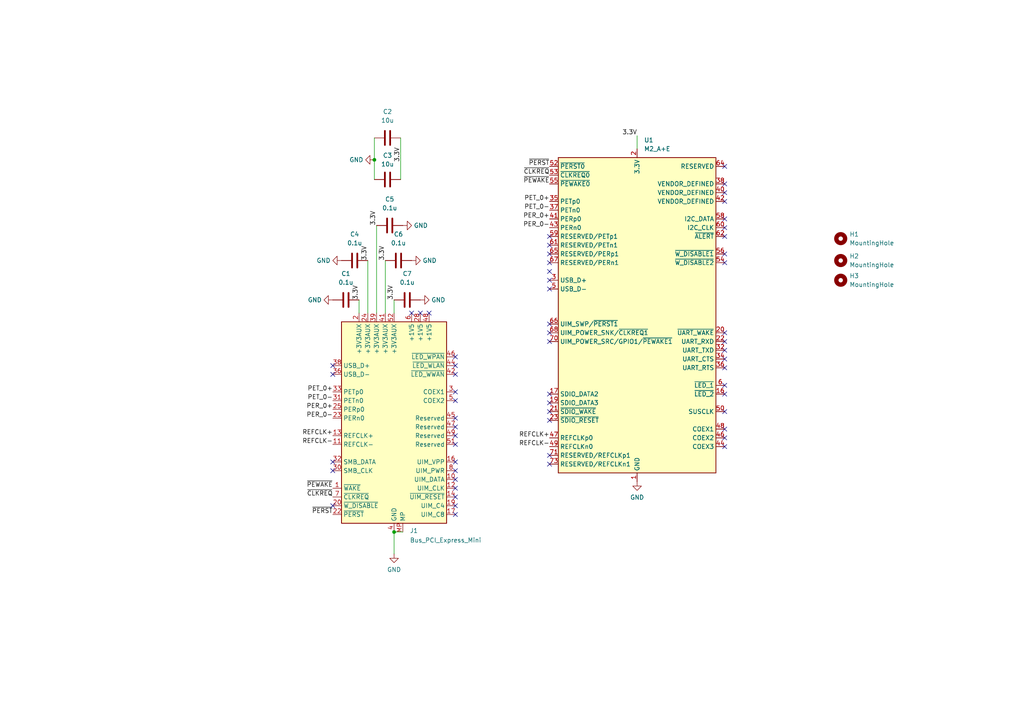
<source format=kicad_sch>
(kicad_sch (version 20211123) (generator eeschema)

  (uuid a9dcdf12-854a-4d75-b37d-826b37b721fb)

  (paper "A4")

  (lib_symbols
    (symbol "Connector:Bus_PCI_Express_Mini" (in_bom yes) (on_board yes)
      (property "Reference" "J" (id 0) (at -16.51 31.75 0)
        (effects (font (size 1.27 1.27)))
      )
      (property "Value" "Bus_PCI_Express_Mini" (id 1) (at 22.86 31.75 0)
        (effects (font (size 1.27 1.27)))
      )
      (property "Footprint" "" (id 2) (at 0 0 0)
        (effects (font (size 1.27 1.27)) hide)
      )
      (property "Datasheet" "~" (id 3) (at -3.81 -29.21 0)
        (effects (font (size 1.27 1.27)) hide)
      )
      (property "ki_keywords" "mini pcie" (id 4) (at 0 0 0)
        (effects (font (size 1.27 1.27)) hide)
      )
      (property "ki_description" "Mini-PCI Express bus connector" (id 5) (at 0 0 0)
        (effects (font (size 1.27 1.27)) hide)
      )
      (property "ki_fp_filters" "*PCI*Express*Mini*" (id 6) (at 0 0 0)
        (effects (font (size 1.27 1.27)) hide)
      )
      (symbol "Bus_PCI_Express_Mini_0_1"
        (rectangle (start -15.24 30.48) (end 15.24 -27.94)
          (stroke (width 0.254) (type default) (color 0 0 0 0))
          (fill (type background))
        )
      )
      (symbol "Bus_PCI_Express_Mini_1_1"
        (pin open_collector line (at -17.78 -17.78 0) (length 2.54)
          (name "~{WAKE}" (effects (font (size 1.27 1.27))))
          (number "1" (effects (font (size 1.27 1.27))))
        )
        (pin bidirectional line (at 17.78 -15.24 180) (length 2.54)
          (name "UIM_DATA" (effects (font (size 1.27 1.27))))
          (number "10" (effects (font (size 1.27 1.27))))
        )
        (pin input line (at -17.78 -5.08 0) (length 2.54)
          (name "REFCLK-" (effects (font (size 1.27 1.27))))
          (number "11" (effects (font (size 1.27 1.27))))
        )
        (pin output line (at 17.78 -17.78 180) (length 2.54)
          (name "UIM_CLK" (effects (font (size 1.27 1.27))))
          (number "12" (effects (font (size 1.27 1.27))))
        )
        (pin input line (at -17.78 -2.54 0) (length 2.54)
          (name "REFCLK+" (effects (font (size 1.27 1.27))))
          (number "13" (effects (font (size 1.27 1.27))))
        )
        (pin output line (at 17.78 -20.32 180) (length 2.54)
          (name "~{UIM_RESET}" (effects (font (size 1.27 1.27))))
          (number "14" (effects (font (size 1.27 1.27))))
        )
        (pin passive line (at 0 -30.48 90) (length 2.54) hide
          (name "GND" (effects (font (size 1.27 1.27))))
          (number "15" (effects (font (size 1.27 1.27))))
        )
        (pin power_out line (at 17.78 -10.16 180) (length 2.54)
          (name "UIM_VPP" (effects (font (size 1.27 1.27))))
          (number "16" (effects (font (size 1.27 1.27))))
        )
        (pin passive line (at 17.78 -25.4 180) (length 2.54)
          (name "UIM_C8" (effects (font (size 1.27 1.27))))
          (number "17" (effects (font (size 1.27 1.27))))
        )
        (pin passive line (at 0 -30.48 90) (length 2.54) hide
          (name "GND" (effects (font (size 1.27 1.27))))
          (number "18" (effects (font (size 1.27 1.27))))
        )
        (pin passive line (at 17.78 -22.86 180) (length 2.54)
          (name "UIM_C4" (effects (font (size 1.27 1.27))))
          (number "19" (effects (font (size 1.27 1.27))))
        )
        (pin power_in line (at -10.16 33.02 270) (length 2.54)
          (name "+3V3AUX" (effects (font (size 1.27 1.27))))
          (number "2" (effects (font (size 1.27 1.27))))
        )
        (pin input line (at -17.78 -22.86 0) (length 2.54)
          (name "~{W_DISABLE}" (effects (font (size 1.27 1.27))))
          (number "20" (effects (font (size 1.27 1.27))))
        )
        (pin passive line (at 0 -30.48 90) (length 2.54) hide
          (name "GND" (effects (font (size 1.27 1.27))))
          (number "21" (effects (font (size 1.27 1.27))))
        )
        (pin input line (at -17.78 -25.4 0) (length 2.54)
          (name "~{PERST}" (effects (font (size 1.27 1.27))))
          (number "22" (effects (font (size 1.27 1.27))))
        )
        (pin output line (at -17.78 2.54 0) (length 2.54)
          (name "PERn0" (effects (font (size 1.27 1.27))))
          (number "23" (effects (font (size 1.27 1.27))))
        )
        (pin power_in line (at -7.62 33.02 270) (length 2.54)
          (name "+3V3AUX" (effects (font (size 1.27 1.27))))
          (number "24" (effects (font (size 1.27 1.27))))
        )
        (pin output line (at -17.78 5.08 0) (length 2.54)
          (name "PERp0" (effects (font (size 1.27 1.27))))
          (number "25" (effects (font (size 1.27 1.27))))
        )
        (pin passive line (at 0 -30.48 90) (length 2.54) hide
          (name "GND" (effects (font (size 1.27 1.27))))
          (number "26" (effects (font (size 1.27 1.27))))
        )
        (pin passive line (at 0 -30.48 90) (length 2.54) hide
          (name "GND" (effects (font (size 1.27 1.27))))
          (number "27" (effects (font (size 1.27 1.27))))
        )
        (pin power_in line (at 7.62 33.02 270) (length 2.54)
          (name "+1V5" (effects (font (size 1.27 1.27))))
          (number "28" (effects (font (size 1.27 1.27))))
        )
        (pin passive line (at 0 -30.48 90) (length 2.54) hide
          (name "GND" (effects (font (size 1.27 1.27))))
          (number "29" (effects (font (size 1.27 1.27))))
        )
        (pin passive line (at 17.78 10.16 180) (length 2.54)
          (name "COEX1" (effects (font (size 1.27 1.27))))
          (number "3" (effects (font (size 1.27 1.27))))
        )
        (pin input line (at -17.78 -12.7 0) (length 2.54)
          (name "SMB_CLK" (effects (font (size 1.27 1.27))))
          (number "30" (effects (font (size 1.27 1.27))))
        )
        (pin input line (at -17.78 7.62 0) (length 2.54)
          (name "PETn0" (effects (font (size 1.27 1.27))))
          (number "31" (effects (font (size 1.27 1.27))))
        )
        (pin bidirectional line (at -17.78 -10.16 0) (length 2.54)
          (name "SMB_DATA" (effects (font (size 1.27 1.27))))
          (number "32" (effects (font (size 1.27 1.27))))
        )
        (pin input line (at -17.78 10.16 0) (length 2.54)
          (name "PETp0" (effects (font (size 1.27 1.27))))
          (number "33" (effects (font (size 1.27 1.27))))
        )
        (pin passive line (at 0 -30.48 90) (length 2.54) hide
          (name "GND" (effects (font (size 1.27 1.27))))
          (number "34" (effects (font (size 1.27 1.27))))
        )
        (pin passive line (at 0 -30.48 90) (length 2.54) hide
          (name "GND" (effects (font (size 1.27 1.27))))
          (number "35" (effects (font (size 1.27 1.27))))
        )
        (pin bidirectional line (at -17.78 15.24 0) (length 2.54)
          (name "USB_D-" (effects (font (size 1.27 1.27))))
          (number "36" (effects (font (size 1.27 1.27))))
        )
        (pin passive line (at 0 -30.48 90) (length 2.54) hide
          (name "GND" (effects (font (size 1.27 1.27))))
          (number "37" (effects (font (size 1.27 1.27))))
        )
        (pin bidirectional line (at -17.78 17.78 0) (length 2.54)
          (name "USB_D+" (effects (font (size 1.27 1.27))))
          (number "38" (effects (font (size 1.27 1.27))))
        )
        (pin power_in line (at -5.08 33.02 270) (length 2.54)
          (name "+3V3AUX" (effects (font (size 1.27 1.27))))
          (number "39" (effects (font (size 1.27 1.27))))
        )
        (pin power_in line (at 0 -30.48 90) (length 2.54)
          (name "GND" (effects (font (size 1.27 1.27))))
          (number "4" (effects (font (size 1.27 1.27))))
        )
        (pin passive line (at 0 -30.48 90) (length 2.54) hide
          (name "GND" (effects (font (size 1.27 1.27))))
          (number "40" (effects (font (size 1.27 1.27))))
        )
        (pin power_in line (at -2.54 33.02 270) (length 2.54)
          (name "+3V3AUX" (effects (font (size 1.27 1.27))))
          (number "41" (effects (font (size 1.27 1.27))))
        )
        (pin open_collector line (at 17.78 15.24 180) (length 2.54)
          (name "~{LED_WWAN}" (effects (font (size 1.27 1.27))))
          (number "42" (effects (font (size 1.27 1.27))))
        )
        (pin passive line (at 0 -30.48 90) (length 2.54) hide
          (name "GND" (effects (font (size 1.27 1.27))))
          (number "43" (effects (font (size 1.27 1.27))))
        )
        (pin open_collector line (at 17.78 17.78 180) (length 2.54)
          (name "~{LED_WLAN}" (effects (font (size 1.27 1.27))))
          (number "44" (effects (font (size 1.27 1.27))))
        )
        (pin passive line (at 17.78 2.54 180) (length 2.54)
          (name "Reserved" (effects (font (size 1.27 1.27))))
          (number "45" (effects (font (size 1.27 1.27))))
        )
        (pin open_collector line (at 17.78 20.32 180) (length 2.54)
          (name "~{LED_WPAN}" (effects (font (size 1.27 1.27))))
          (number "46" (effects (font (size 1.27 1.27))))
        )
        (pin passive line (at 17.78 0 180) (length 2.54)
          (name "Reserved" (effects (font (size 1.27 1.27))))
          (number "47" (effects (font (size 1.27 1.27))))
        )
        (pin power_in line (at 10.16 33.02 270) (length 2.54)
          (name "+1V5" (effects (font (size 1.27 1.27))))
          (number "48" (effects (font (size 1.27 1.27))))
        )
        (pin passive line (at 17.78 -2.54 180) (length 2.54)
          (name "Reserved" (effects (font (size 1.27 1.27))))
          (number "49" (effects (font (size 1.27 1.27))))
        )
        (pin passive line (at 17.78 7.62 180) (length 2.54)
          (name "COEX2" (effects (font (size 1.27 1.27))))
          (number "5" (effects (font (size 1.27 1.27))))
        )
        (pin passive line (at 0 -30.48 90) (length 2.54) hide
          (name "GND" (effects (font (size 1.27 1.27))))
          (number "50" (effects (font (size 1.27 1.27))))
        )
        (pin passive line (at 17.78 -5.08 180) (length 2.54)
          (name "Reserved" (effects (font (size 1.27 1.27))))
          (number "51" (effects (font (size 1.27 1.27))))
        )
        (pin power_in line (at 0 33.02 270) (length 2.54)
          (name "+3V3AUX" (effects (font (size 1.27 1.27))))
          (number "52" (effects (font (size 1.27 1.27))))
        )
        (pin power_in line (at 5.08 33.02 270) (length 2.54)
          (name "+1V5" (effects (font (size 1.27 1.27))))
          (number "6" (effects (font (size 1.27 1.27))))
        )
        (pin open_collector line (at -17.78 -20.32 0) (length 2.54)
          (name "~{CLKREQ}" (effects (font (size 1.27 1.27))))
          (number "7" (effects (font (size 1.27 1.27))))
        )
        (pin power_out line (at 17.78 -12.7 180) (length 2.54)
          (name "UIM_PWR" (effects (font (size 1.27 1.27))))
          (number "8" (effects (font (size 1.27 1.27))))
        )
        (pin passive line (at 0 -30.48 90) (length 2.54) hide
          (name "GND" (effects (font (size 1.27 1.27))))
          (number "9" (effects (font (size 1.27 1.27))))
        )
        (pin passive line (at 2.54 -30.48 90) (length 2.54)
          (name "MP" (effects (font (size 1.27 1.27))))
          (number "MP" (effects (font (size 1.27 1.27))))
        )
      )
    )
    (symbol "Device:C" (pin_numbers hide) (pin_names (offset 0.254)) (in_bom yes) (on_board yes)
      (property "Reference" "C" (id 0) (at 0.635 2.54 0)
        (effects (font (size 1.27 1.27)) (justify left))
      )
      (property "Value" "C" (id 1) (at 0.635 -2.54 0)
        (effects (font (size 1.27 1.27)) (justify left))
      )
      (property "Footprint" "" (id 2) (at 0.9652 -3.81 0)
        (effects (font (size 1.27 1.27)) hide)
      )
      (property "Datasheet" "~" (id 3) (at 0 0 0)
        (effects (font (size 1.27 1.27)) hide)
      )
      (property "ki_keywords" "cap capacitor" (id 4) (at 0 0 0)
        (effects (font (size 1.27 1.27)) hide)
      )
      (property "ki_description" "Unpolarized capacitor" (id 5) (at 0 0 0)
        (effects (font (size 1.27 1.27)) hide)
      )
      (property "ki_fp_filters" "C_*" (id 6) (at 0 0 0)
        (effects (font (size 1.27 1.27)) hide)
      )
      (symbol "C_0_1"
        (polyline
          (pts
            (xy -2.032 -0.762)
            (xy 2.032 -0.762)
          )
          (stroke (width 0.508) (type default) (color 0 0 0 0))
          (fill (type none))
        )
        (polyline
          (pts
            (xy -2.032 0.762)
            (xy 2.032 0.762)
          )
          (stroke (width 0.508) (type default) (color 0 0 0 0))
          (fill (type none))
        )
      )
      (symbol "C_1_1"
        (pin passive line (at 0 3.81 270) (length 2.794)
          (name "~" (effects (font (size 1.27 1.27))))
          (number "1" (effects (font (size 1.27 1.27))))
        )
        (pin passive line (at 0 -3.81 90) (length 2.794)
          (name "~" (effects (font (size 1.27 1.27))))
          (number "2" (effects (font (size 1.27 1.27))))
        )
      )
    )
    (symbol "M2:M2_A+E" (in_bom yes) (on_board yes)
      (property "Reference" "U1" (id 0) (at 2.0194 -1.905 0)
        (effects (font (size 1.27 1.27)) (justify left))
      )
      (property "Value" "M2_A+E" (id 1) (at 2.0194 -4.445 0)
        (effects (font (size 1.27 1.27)) (justify left))
      )
      (property "Footprint" "NGFF:NGFF_A+E" (id 2) (at 0 0 0)
        (effects (font (size 1.27 1.27)) hide)
      )
      (property "Datasheet" "" (id 3) (at 0 0 0)
        (effects (font (size 1.27 1.27)) hide)
      )
      (symbol "M2_A+E_0_1"
        (rectangle (start -22.86 -7.62) (end 22.86 -99.06)
          (stroke (width 0.254) (type default) (color 0 0 0 0))
          (fill (type background))
        )
      )
      (symbol "M2_A+E_1_1"
        (pin power_in line (at 0 -101.6 90) (length 2.54)
          (name "GND" (effects (font (size 1.27 1.27))))
          (number "1" (effects (font (size 1.27 1.27))))
        )
        (pin open_collector line (at 25.4 -76.2 180) (length 2.54)
          (name "~{LED_2}" (effects (font (size 1.27 1.27))))
          (number "16" (effects (font (size 1.27 1.27))))
        )
        (pin bidirectional line (at -25.4 -76.2 0) (length 2.54)
          (name "SDIO_DATA2" (effects (font (size 1.27 1.27))))
          (number "17" (effects (font (size 1.27 1.27))))
        )
        (pin passive line (at 0 -101.6 90) (length 2.54) hide
          (name "GND" (effects (font (size 1.27 1.27))))
          (number "18" (effects (font (size 1.27 1.27))))
        )
        (pin bidirectional line (at -25.4 -78.74 0) (length 2.54)
          (name "SDIO_DATA3" (effects (font (size 1.27 1.27))))
          (number "19" (effects (font (size 1.27 1.27))))
        )
        (pin power_in line (at 0 -5.08 270) (length 2.54)
          (name "3.3V" (effects (font (size 1.27 1.27))))
          (number "2" (effects (font (size 1.27 1.27))))
        )
        (pin input line (at 25.4 -58.42 180) (length 2.54)
          (name "~{UART_WAKE}" (effects (font (size 1.27 1.27))))
          (number "20" (effects (font (size 1.27 1.27))))
        )
        (pin input line (at -25.4 -81.28 0) (length 2.54)
          (name "~{SDIO_WAKE}" (effects (font (size 1.27 1.27))))
          (number "21" (effects (font (size 1.27 1.27))))
        )
        (pin input line (at 25.4 -60.96 180) (length 2.54)
          (name "UART_RXD" (effects (font (size 1.27 1.27))))
          (number "22" (effects (font (size 1.27 1.27))))
        )
        (pin output line (at -25.4 -83.82 0) (length 2.54)
          (name "~{SDIO_RESET}" (effects (font (size 1.27 1.27))))
          (number "23" (effects (font (size 1.27 1.27))))
        )
        (pin bidirectional line (at -25.4 -43.18 0) (length 2.54)
          (name "USB_D+" (effects (font (size 1.27 1.27))))
          (number "3" (effects (font (size 1.27 1.27))))
        )
        (pin output line (at 25.4 -63.5 180) (length 2.54)
          (name "UART_TXD" (effects (font (size 1.27 1.27))))
          (number "32" (effects (font (size 1.27 1.27))))
        )
        (pin passive line (at 0 -101.6 90) (length 2.54) hide
          (name "GND" (effects (font (size 1.27 1.27))))
          (number "33" (effects (font (size 1.27 1.27))))
        )
        (pin input line (at 25.4 -66.04 180) (length 2.54)
          (name "UART_CTS" (effects (font (size 1.27 1.27))))
          (number "34" (effects (font (size 1.27 1.27))))
        )
        (pin output line (at -25.4 -20.32 0) (length 2.54)
          (name "PETp0" (effects (font (size 1.27 1.27))))
          (number "35" (effects (font (size 1.27 1.27))))
        )
        (pin output line (at 25.4 -68.58 180) (length 2.54)
          (name "UART_RTS" (effects (font (size 1.27 1.27))))
          (number "36" (effects (font (size 1.27 1.27))))
        )
        (pin output line (at -25.4 -22.86 0) (length 2.54)
          (name "PETn0" (effects (font (size 1.27 1.27))))
          (number "37" (effects (font (size 1.27 1.27))))
        )
        (pin passive line (at 25.4 -15.24 180) (length 2.54)
          (name "VENDOR_DEFINED" (effects (font (size 1.27 1.27))))
          (number "38" (effects (font (size 1.27 1.27))))
        )
        (pin passive line (at 0 -101.6 90) (length 2.54) hide
          (name "GND" (effects (font (size 1.27 1.27))))
          (number "39" (effects (font (size 1.27 1.27))))
        )
        (pin passive line (at 0 -5.08 270) (length 2.54) hide
          (name "3.3V" (effects (font (size 1.27 1.27))))
          (number "4" (effects (font (size 1.27 1.27))))
        )
        (pin passive line (at 25.4 -17.78 180) (length 2.54)
          (name "VENDOR_DEFINED" (effects (font (size 1.27 1.27))))
          (number "40" (effects (font (size 1.27 1.27))))
        )
        (pin input line (at -25.4 -25.4 0) (length 2.54)
          (name "PERp0" (effects (font (size 1.27 1.27))))
          (number "41" (effects (font (size 1.27 1.27))))
        )
        (pin passive line (at 25.4 -20.32 180) (length 2.54)
          (name "VENDOR_DEFINED" (effects (font (size 1.27 1.27))))
          (number "42" (effects (font (size 1.27 1.27))))
        )
        (pin input line (at -25.4 -27.94 0) (length 2.54)
          (name "PERn0" (effects (font (size 1.27 1.27))))
          (number "43" (effects (font (size 1.27 1.27))))
        )
        (pin bidirectional line (at 25.4 -91.44 180) (length 2.54)
          (name "COEX3" (effects (font (size 1.27 1.27))))
          (number "44" (effects (font (size 1.27 1.27))))
        )
        (pin passive line (at 0 -101.6 90) (length 2.54) hide
          (name "GND" (effects (font (size 1.27 1.27))))
          (number "45" (effects (font (size 1.27 1.27))))
        )
        (pin bidirectional line (at 25.4 -88.9 180) (length 2.54)
          (name "COEX2" (effects (font (size 1.27 1.27))))
          (number "46" (effects (font (size 1.27 1.27))))
        )
        (pin output line (at -25.4 -88.9 0) (length 2.54)
          (name "REFCLKp0" (effects (font (size 1.27 1.27))))
          (number "47" (effects (font (size 1.27 1.27))))
        )
        (pin bidirectional line (at 25.4 -86.36 180) (length 2.54)
          (name "COEX1" (effects (font (size 1.27 1.27))))
          (number "48" (effects (font (size 1.27 1.27))))
        )
        (pin output line (at -25.4 -91.44 0) (length 2.54)
          (name "REFCLKn0" (effects (font (size 1.27 1.27))))
          (number "49" (effects (font (size 1.27 1.27))))
        )
        (pin bidirectional line (at -25.4 -45.72 0) (length 2.54)
          (name "USB_D-" (effects (font (size 1.27 1.27))))
          (number "5" (effects (font (size 1.27 1.27))))
        )
        (pin output line (at 25.4 -81.28 180) (length 2.54)
          (name "SUSCLK" (effects (font (size 1.27 1.27))))
          (number "50" (effects (font (size 1.27 1.27))))
        )
        (pin passive line (at 0 -101.6 90) (length 2.54) hide
          (name "GND" (effects (font (size 1.27 1.27))))
          (number "51" (effects (font (size 1.27 1.27))))
        )
        (pin output line (at -25.4 -10.16 0) (length 2.54)
          (name "~{PERST0}" (effects (font (size 1.27 1.27))))
          (number "52" (effects (font (size 1.27 1.27))))
        )
        (pin bidirectional line (at -25.4 -12.7 0) (length 2.54)
          (name "~{CLKREQ0}" (effects (font (size 1.27 1.27))))
          (number "53" (effects (font (size 1.27 1.27))))
        )
        (pin output line (at 25.4 -38.1 180) (length 2.54)
          (name "~{W_DISABLE2}" (effects (font (size 1.27 1.27))))
          (number "54" (effects (font (size 1.27 1.27))))
        )
        (pin bidirectional line (at -25.4 -15.24 0) (length 2.54)
          (name "~{PEWAKE0}" (effects (font (size 1.27 1.27))))
          (number "55" (effects (font (size 1.27 1.27))))
        )
        (pin output line (at 25.4 -35.56 180) (length 2.54)
          (name "~{W_DISABLE1}" (effects (font (size 1.27 1.27))))
          (number "56" (effects (font (size 1.27 1.27))))
        )
        (pin passive line (at 0 -101.6 90) (length 2.54) hide
          (name "GND" (effects (font (size 1.27 1.27))))
          (number "57" (effects (font (size 1.27 1.27))))
        )
        (pin bidirectional line (at 25.4 -25.4 180) (length 2.54)
          (name "I2C_DATA" (effects (font (size 1.27 1.27))))
          (number "58" (effects (font (size 1.27 1.27))))
        )
        (pin output line (at -25.4 -30.48 0) (length 2.54)
          (name "RESERVED/PETp1" (effects (font (size 1.27 1.27))))
          (number "59" (effects (font (size 1.27 1.27))))
        )
        (pin open_collector line (at 25.4 -73.66 180) (length 2.54)
          (name "~{LED_1}" (effects (font (size 1.27 1.27))))
          (number "6" (effects (font (size 1.27 1.27))))
        )
        (pin output line (at 25.4 -27.94 180) (length 2.54)
          (name "I2C_CLK" (effects (font (size 1.27 1.27))))
          (number "60" (effects (font (size 1.27 1.27))))
        )
        (pin output line (at -25.4 -33.02 0) (length 2.54)
          (name "RESERVED/PETn1" (effects (font (size 1.27 1.27))))
          (number "61" (effects (font (size 1.27 1.27))))
        )
        (pin input line (at 25.4 -30.48 180) (length 2.54)
          (name "~{ALERT}" (effects (font (size 1.27 1.27))))
          (number "62" (effects (font (size 1.27 1.27))))
        )
        (pin passive line (at 0 -101.6 90) (length 2.54) hide
          (name "GND" (effects (font (size 1.27 1.27))))
          (number "63" (effects (font (size 1.27 1.27))))
        )
        (pin passive line (at 25.4 -10.16 180) (length 2.54)
          (name "RESERVED" (effects (font (size 1.27 1.27))))
          (number "64" (effects (font (size 1.27 1.27))))
        )
        (pin input line (at -25.4 -35.56 0) (length 2.54)
          (name "RESERVED/PERp1" (effects (font (size 1.27 1.27))))
          (number "65" (effects (font (size 1.27 1.27))))
        )
        (pin output line (at -25.4 -55.88 0) (length 2.54)
          (name "UIM_SWP/~{PERST1}" (effects (font (size 1.27 1.27))))
          (number "66" (effects (font (size 1.27 1.27))))
        )
        (pin input line (at -25.4 -38.1 0) (length 2.54)
          (name "RESERVED/PERn1" (effects (font (size 1.27 1.27))))
          (number "67" (effects (font (size 1.27 1.27))))
        )
        (pin bidirectional line (at -25.4 -58.42 0) (length 2.54)
          (name "UIM_POWER_SNK/~{CLKREQ1}" (effects (font (size 1.27 1.27))))
          (number "68" (effects (font (size 1.27 1.27))))
        )
        (pin passive line (at 0 -101.6 90) (length 2.54) hide
          (name "GND" (effects (font (size 1.27 1.27))))
          (number "69" (effects (font (size 1.27 1.27))))
        )
        (pin passive line (at 0 -101.6 90) (length 2.54) hide
          (name "GND" (effects (font (size 1.27 1.27))))
          (number "7" (effects (font (size 1.27 1.27))))
        )
        (pin bidirectional line (at -25.4 -60.96 0) (length 2.54)
          (name "UIM_POWER_SRC/GPIO1/~{PEWAKE1}" (effects (font (size 1.27 1.27))))
          (number "70" (effects (font (size 1.27 1.27))))
        )
        (pin output line (at -25.4 -93.98 0) (length 2.54)
          (name "RESERVED/REFCLKp1" (effects (font (size 1.27 1.27))))
          (number "71" (effects (font (size 1.27 1.27))))
        )
        (pin passive line (at 0 -5.08 270) (length 2.54) hide
          (name "3.3V" (effects (font (size 1.27 1.27))))
          (number "72" (effects (font (size 1.27 1.27))))
        )
        (pin output line (at -25.4 -96.52 0) (length 2.54)
          (name "RESERVED/REFCLKn1" (effects (font (size 1.27 1.27))))
          (number "73" (effects (font (size 1.27 1.27))))
        )
        (pin passive line (at 0 -5.08 270) (length 2.54) hide
          (name "3.3V" (effects (font (size 1.27 1.27))))
          (number "74" (effects (font (size 1.27 1.27))))
        )
        (pin passive line (at 0 -101.6 90) (length 2.54) hide
          (name "GND" (effects (font (size 1.27 1.27))))
          (number "75" (effects (font (size 1.27 1.27))))
        )
      )
    )
    (symbol "Mechanical:MountingHole" (pin_names (offset 1.016)) (in_bom yes) (on_board yes)
      (property "Reference" "H" (id 0) (at 0 5.08 0)
        (effects (font (size 1.27 1.27)))
      )
      (property "Value" "MountingHole" (id 1) (at 0 3.175 0)
        (effects (font (size 1.27 1.27)))
      )
      (property "Footprint" "" (id 2) (at 0 0 0)
        (effects (font (size 1.27 1.27)) hide)
      )
      (property "Datasheet" "~" (id 3) (at 0 0 0)
        (effects (font (size 1.27 1.27)) hide)
      )
      (property "ki_keywords" "mounting hole" (id 4) (at 0 0 0)
        (effects (font (size 1.27 1.27)) hide)
      )
      (property "ki_description" "Mounting Hole without connection" (id 5) (at 0 0 0)
        (effects (font (size 1.27 1.27)) hide)
      )
      (property "ki_fp_filters" "MountingHole*" (id 6) (at 0 0 0)
        (effects (font (size 1.27 1.27)) hide)
      )
      (symbol "MountingHole_0_1"
        (circle (center 0 0) (radius 1.27)
          (stroke (width 1.27) (type default) (color 0 0 0 0))
          (fill (type none))
        )
      )
    )
    (symbol "power:GND" (power) (pin_names (offset 0)) (in_bom yes) (on_board yes)
      (property "Reference" "#PWR" (id 0) (at 0 -6.35 0)
        (effects (font (size 1.27 1.27)) hide)
      )
      (property "Value" "GND" (id 1) (at 0 -3.81 0)
        (effects (font (size 1.27 1.27)))
      )
      (property "Footprint" "" (id 2) (at 0 0 0)
        (effects (font (size 1.27 1.27)) hide)
      )
      (property "Datasheet" "" (id 3) (at 0 0 0)
        (effects (font (size 1.27 1.27)) hide)
      )
      (property "ki_keywords" "power-flag" (id 4) (at 0 0 0)
        (effects (font (size 1.27 1.27)) hide)
      )
      (property "ki_description" "Power symbol creates a global label with name \"GND\" , ground" (id 5) (at 0 0 0)
        (effects (font (size 1.27 1.27)) hide)
      )
      (symbol "GND_0_1"
        (polyline
          (pts
            (xy 0 0)
            (xy 0 -1.27)
            (xy 1.27 -1.27)
            (xy 0 -2.54)
            (xy -1.27 -1.27)
            (xy 0 -1.27)
          )
          (stroke (width 0) (type default) (color 0 0 0 0))
          (fill (type none))
        )
      )
      (symbol "GND_1_1"
        (pin power_in line (at 0 0 270) (length 0) hide
          (name "GND" (effects (font (size 1.27 1.27))))
          (number "1" (effects (font (size 1.27 1.27))))
        )
      )
    )
  )

  (junction (at 108.585 46.355) (diameter 0) (color 0 0 0 0)
    (uuid 2f044706-b721-4beb-ab81-f70a9b17d7aa)
  )
  (junction (at 114.3 154.305) (diameter 0) (color 0 0 0 0)
    (uuid 86380d05-b1d5-4ad9-8e3d-942494261765)
  )

  (no_connect (at 210.185 76.2) (uuid 04559bae-5df7-48a7-9d5d-7f00bca3dd46))
  (no_connect (at 121.92 90.805) (uuid 090c092e-b2d8-459e-9de2-47b182fa10d1))
  (no_connect (at 210.185 127) (uuid 11ae94fc-2014-4a2d-aaaa-2266d2bf3277))
  (no_connect (at 132.08 133.985) (uuid 12dce99b-2340-452a-a508-244faf52cef0))
  (no_connect (at 159.385 76.2) (uuid 17decfe2-d535-4e8f-af77-303124c48d62))
  (no_connect (at 210.185 68.58) (uuid 1a66431f-6713-4753-b90a-a5c7685eff38))
  (no_connect (at 132.08 121.285) (uuid 1cdf2e06-0b8b-493e-95b7-c0fadb0c026d))
  (no_connect (at 159.385 116.84) (uuid 1e82269f-eba1-42fc-9c68-91ee01b691e7))
  (no_connect (at 96.52 133.985) (uuid 1fa1eb96-8519-4b2a-b478-0391bc74ef90))
  (no_connect (at 159.385 83.82) (uuid 2505d002-1294-40a8-88bb-a0c10177c098))
  (no_connect (at 96.52 106.045) (uuid 2ad6643a-41b2-4142-92aa-19f6d0c66699))
  (no_connect (at 210.185 55.88) (uuid 307cefad-e50d-4e9d-9492-a41e01c412ed))
  (no_connect (at 159.385 99.06) (uuid 3f9d86bb-a317-498b-9a0b-0f92a438d946))
  (no_connect (at 210.185 111.76) (uuid 401de821-4d65-48ec-b8a2-18f70803c043))
  (no_connect (at 132.08 146.685) (uuid 420a1437-eaf8-419a-83a6-1f4ce335f279))
  (no_connect (at 132.08 144.145) (uuid 4649187c-1ef8-4cee-b1a6-7cd6d3ff13e3))
  (no_connect (at 96.52 108.585) (uuid 49989da5-5e1e-46f1-9f4e-2dfeafd94197))
  (no_connect (at 210.185 124.46) (uuid 525b34b3-1bd1-46ef-be5f-7f3aae4f5c9a))
  (no_connect (at 159.385 114.3) (uuid 5438e3aa-8fbd-4b1e-bb26-1cc4b8665262))
  (no_connect (at 210.185 53.34) (uuid 55586f77-713e-4284-9b11-c1ffe5e51ee3))
  (no_connect (at 210.185 119.38) (uuid 556172c2-5b8c-4e8d-95c3-3b77d007b107))
  (no_connect (at 159.385 78.74) (uuid 57c4a0a1-efc0-4cc4-b360-a20210f0ab52))
  (no_connect (at 159.385 96.52) (uuid 5b2ccbe4-bc9a-4c0a-b292-9cbf6a19088d))
  (no_connect (at 132.08 139.065) (uuid 5e6efb50-9931-485f-b324-65baaf34e0ba))
  (no_connect (at 159.385 119.38) (uuid 6ce1a35c-02e1-48b7-94c9-5c52783db302))
  (no_connect (at 96.52 136.525) (uuid 735585ce-f799-4c62-a572-5cef2fc41d98))
  (no_connect (at 210.185 48.26) (uuid 73857c4e-050c-40f4-84f4-5830978505f5))
  (no_connect (at 159.385 132.08) (uuid 73bf3572-f22b-4f62-b905-03ebf5de177d))
  (no_connect (at 210.185 58.42) (uuid 75609919-657c-4d5d-8d2c-32379ac9c19b))
  (no_connect (at 210.185 106.68) (uuid 7c8f98da-03b2-47dc-978e-644c67d9b050))
  (no_connect (at 132.08 108.585) (uuid 81744f63-2f66-4626-b077-8399414b3f58))
  (no_connect (at 132.08 128.905) (uuid 8c0e7a88-1d3f-4cbc-9e3d-7a5d81843fa2))
  (no_connect (at 119.38 90.805) (uuid 8db1abe5-8e54-44bf-b58f-6576fa1100b3))
  (no_connect (at 132.08 123.825) (uuid 99ad08ef-2b2d-4ae7-bef0-dd8c902a5911))
  (no_connect (at 159.385 134.62) (uuid 9f0e00d2-b984-40ef-a566-4020f9c65077))
  (no_connect (at 159.385 68.58) (uuid a144b80f-2bd6-415b-a0e1-a6340ee84cec))
  (no_connect (at 210.185 114.3) (uuid a19652ab-bf73-4361-972c-59905b5477e0))
  (no_connect (at 132.08 106.045) (uuid a23c0b19-732d-4a47-92a9-961697ee99b3))
  (no_connect (at 210.185 99.06) (uuid a6ca2a9f-382f-4f72-86d3-ceb0739fdc4c))
  (no_connect (at 132.08 126.365) (uuid aabd9e1c-cb2f-429c-83f4-c389db71f950))
  (no_connect (at 132.08 136.525) (uuid ab870554-5ef9-4bd3-86d3-a8710b309bcb))
  (no_connect (at 132.08 113.665) (uuid b03427d4-a2fe-45f8-a15c-ea9770b53e92))
  (no_connect (at 124.46 90.805) (uuid b390518e-f231-442b-87da-fff3d2025412))
  (no_connect (at 159.385 81.28) (uuid b5107e8e-db58-47a9-8f5b-1695da43f7ec))
  (no_connect (at 159.385 93.98) (uuid b6bc8df1-add3-4684-acb2-1c08dbc99473))
  (no_connect (at 210.185 66.04) (uuid b6bfc3f4-ed76-4e0d-8a84-46bec7f12b41))
  (no_connect (at 210.185 101.6) (uuid bf4ef523-b5b5-409c-ac0d-7693c8510176))
  (no_connect (at 210.185 104.14) (uuid c6ccc52f-4681-4105-92a8-e7aef4023dca))
  (no_connect (at 159.385 121.92) (uuid cecf36d3-09a2-489f-932f-1c7c73dcd10d))
  (no_connect (at 132.08 141.605) (uuid cfb35078-69e6-40e6-852b-c7dc74ceb0e3))
  (no_connect (at 210.185 129.54) (uuid d3530097-339e-4096-bba5-c7bc375ebcb6))
  (no_connect (at 210.185 63.5) (uuid d847d501-12f5-4d03-bffe-8d2d22249f3a))
  (no_connect (at 210.185 96.52) (uuid dcb1935b-7b16-4a9b-9550-2e0fdc3c757c))
  (no_connect (at 210.185 73.66) (uuid ee2f7cd5-710a-4fd6-860e-d0bf7d6cf048))
  (no_connect (at 132.08 149.225) (uuid f33c2a0b-2c87-447f-8f85-45fdeaebdd8d))
  (no_connect (at 132.08 103.505) (uuid f4879483-1c64-45d6-a12a-a12da3f8bc85))
  (no_connect (at 159.385 71.12) (uuid f796abc8-6655-4b2e-bead-5df96606acdf))
  (no_connect (at 96.52 146.685) (uuid fd26d39b-8651-4342-a05e-1823559857e0))
  (no_connect (at 159.385 73.66) (uuid fd9073b4-7197-43d1-afd4-91fb49b21e56))
  (no_connect (at 132.08 116.205) (uuid ff096eff-d29b-49c8-93f9-c28e204b8c25))

  (wire (pts (xy 108.585 46.355) (xy 108.585 52.07))
    (stroke (width 0) (type default) (color 0 0 0 0))
    (uuid 1e005c04-68df-4fee-9452-7056a7e56f22)
  )
  (wire (pts (xy 106.68 75.565) (xy 106.68 90.805))
    (stroke (width 0) (type default) (color 0 0 0 0))
    (uuid 200bfaa3-17bc-4a3a-9347-528319b49ea2)
  )
  (wire (pts (xy 114.3 154.305) (xy 114.3 160.655))
    (stroke (width 0) (type default) (color 0 0 0 0))
    (uuid 23bd142f-07f8-464e-a993-79d6862bc11a)
  )
  (wire (pts (xy 108.585 40.005) (xy 108.585 46.355))
    (stroke (width 0) (type default) (color 0 0 0 0))
    (uuid 7d23df92-eed3-479f-ae4a-02c2aa076c30)
  )
  (wire (pts (xy 111.76 75.565) (xy 111.76 90.805))
    (stroke (width 0) (type default) (color 0 0 0 0))
    (uuid 82e161c8-f9a2-4d3d-a549-46922f739f10)
  )
  (wire (pts (xy 114.3 154.305) (xy 116.84 154.305))
    (stroke (width 0) (type default) (color 0 0 0 0))
    (uuid 89363c02-4c68-49ad-9834-43d5933e4101)
  )
  (wire (pts (xy 104.14 86.995) (xy 104.14 90.805))
    (stroke (width 0) (type default) (color 0 0 0 0))
    (uuid 8f296d6b-066a-4ee0-85fa-f3971d5c558a)
  )
  (wire (pts (xy 114.3 86.995) (xy 114.3 90.805))
    (stroke (width 0) (type default) (color 0 0 0 0))
    (uuid 9058ac5e-a5eb-44da-b217-cc7662796eb6)
  )
  (wire (pts (xy 116.205 40.005) (xy 116.205 52.07))
    (stroke (width 0) (type default) (color 0 0 0 0))
    (uuid a5ac6e97-815a-4acc-841e-ad1095006fbf)
  )
  (wire (pts (xy 184.785 39.37) (xy 184.785 43.18))
    (stroke (width 0) (type default) (color 0 0 0 0))
    (uuid e89802b0-5452-4a92-a96d-29c8f3b1985d)
  )
  (wire (pts (xy 109.22 65.405) (xy 109.22 90.805))
    (stroke (width 0) (type default) (color 0 0 0 0))
    (uuid e999d2c1-ec74-4e29-b254-e99efc18bfd1)
  )

  (label "PET_0+" (at 159.385 58.42 180)
    (effects (font (size 1.27 1.27)) (justify right bottom))
    (uuid 27442867-d55f-4545-b4c7-5d3f78616376)
  )
  (label "3.3V" (at 116.205 46.99 90)
    (effects (font (size 1.27 1.27)) (justify left bottom))
    (uuid 36670189-5004-4ca8-abb1-5d69cf6184de)
  )
  (label "~{PERST}" (at 96.52 149.225 180)
    (effects (font (size 1.27 1.27)) (justify right bottom))
    (uuid 47a145d3-4712-4ec1-bdad-b695319b4543)
  )
  (label "PET_0+" (at 96.52 113.665 180)
    (effects (font (size 1.27 1.27)) (justify right bottom))
    (uuid 4b304bdc-8cc5-4f01-bbba-c4f8fb7bfb00)
  )
  (label "REFCLK+" (at 96.52 126.365 180)
    (effects (font (size 1.27 1.27)) (justify right bottom))
    (uuid 4e5b61bf-b381-46e1-9b14-e02792691c8d)
  )
  (label "PER_0+" (at 96.52 118.745 180)
    (effects (font (size 1.27 1.27)) (justify right bottom))
    (uuid 56f60b64-c094-46cd-bf58-bbbfefa6c57a)
  )
  (label "3.3V" (at 114.3 86.995 90)
    (effects (font (size 1.27 1.27)) (justify left bottom))
    (uuid 5b1cf15c-fbf8-4315-9306-9e67f2dfb9ac)
  )
  (label "PER_0-" (at 96.52 121.285 180)
    (effects (font (size 1.27 1.27)) (justify right bottom))
    (uuid 6f03a3b4-1e40-486f-8bf9-8d31799f0fd8)
  )
  (label "3.3V" (at 106.68 75.565 90)
    (effects (font (size 1.27 1.27)) (justify left bottom))
    (uuid 7236fa24-7da8-4a61-84b7-0f938fe4e2d6)
  )
  (label "PER_0+" (at 159.385 63.5 180)
    (effects (font (size 1.27 1.27)) (justify right bottom))
    (uuid 8ab2a217-e77e-494b-8ff5-1e3e6a2ad1ca)
  )
  (label "PET_0-" (at 96.52 116.205 180)
    (effects (font (size 1.27 1.27)) (justify right bottom))
    (uuid b1da8af2-d781-4429-8aa3-6b1e21a6fdaa)
  )
  (label "3.3V" (at 184.785 39.37 180)
    (effects (font (size 1.27 1.27)) (justify right bottom))
    (uuid be9cb4e6-a605-48dc-8579-266025d113e4)
  )
  (label "PET_0-" (at 159.385 60.96 180)
    (effects (font (size 1.27 1.27)) (justify right bottom))
    (uuid bfdfa6a9-1a5c-4daf-b69e-0d1892e47b33)
  )
  (label "~{CLKREQ}" (at 96.52 144.145 180)
    (effects (font (size 1.27 1.27)) (justify right bottom))
    (uuid c8e62a07-45fa-4c93-b321-753d647f8c85)
  )
  (label "3.3V" (at 111.76 75.565 90)
    (effects (font (size 1.27 1.27)) (justify left bottom))
    (uuid cb6d5859-5d7d-49da-9215-7d96b40f3a2d)
  )
  (label "~{PEWAKE}" (at 96.52 141.605 180)
    (effects (font (size 1.27 1.27)) (justify right bottom))
    (uuid d0c0cb46-267b-4135-932b-c4157523256b)
  )
  (label "REFCLK+" (at 159.385 127 180)
    (effects (font (size 1.27 1.27)) (justify right bottom))
    (uuid dd493020-65b6-44da-8110-243a4525eca1)
  )
  (label "3.3V" (at 104.14 86.995 90)
    (effects (font (size 1.27 1.27)) (justify left bottom))
    (uuid dea86dc1-aa3d-431c-bac7-80fccf65f351)
  )
  (label "REFCLK-" (at 159.385 129.54 180)
    (effects (font (size 1.27 1.27)) (justify right bottom))
    (uuid df4935d8-897a-46d7-8aac-fe70620c2935)
  )
  (label "~{PERST}" (at 159.385 48.26 180)
    (effects (font (size 1.27 1.27)) (justify right bottom))
    (uuid e906afc8-8150-498d-bfb7-91c25ad2ab1f)
  )
  (label "3.3V" (at 109.22 65.405 90)
    (effects (font (size 1.27 1.27)) (justify left bottom))
    (uuid e9a5b493-529b-4ab4-aafe-9eb9e2077605)
  )
  (label "~{PEWAKE}" (at 159.385 53.34 180)
    (effects (font (size 1.27 1.27)) (justify right bottom))
    (uuid eafcaef1-2259-4875-8904-11a0a0b77208)
  )
  (label "~{CLKREQ}" (at 159.385 50.8 180)
    (effects (font (size 1.27 1.27)) (justify right bottom))
    (uuid ed859ce7-c15f-4909-938d-ab413ae07142)
  )
  (label "PER_0-" (at 159.385 66.04 180)
    (effects (font (size 1.27 1.27)) (justify right bottom))
    (uuid f41386e5-3a80-42e0-848f-04156f44da43)
  )
  (label "REFCLK-" (at 96.52 128.905 180)
    (effects (font (size 1.27 1.27)) (justify right bottom))
    (uuid fd159dc2-2480-4433-9094-21212ee0d569)
  )

  (symbol (lib_id "power:GND") (at 184.785 139.7 0) (unit 1)
    (in_bom yes) (on_board yes) (fields_autoplaced)
    (uuid 0bc38abc-a696-4964-adec-0868c4585955)
    (property "Reference" "#PWR0102" (id 0) (at 184.785 146.05 0)
      (effects (font (size 1.27 1.27)) hide)
    )
    (property "Value" "GND" (id 1) (at 184.785 144.2625 0))
    (property "Footprint" "" (id 2) (at 184.785 139.7 0)
      (effects (font (size 1.27 1.27)) hide)
    )
    (property "Datasheet" "" (id 3) (at 184.785 139.7 0)
      (effects (font (size 1.27 1.27)) hide)
    )
    (pin "1" (uuid 99281cfe-7bee-4190-a0f0-df0d748a6d23))
  )

  (symbol (lib_id "Mechanical:MountingHole") (at 243.84 75.565 0) (unit 1)
    (in_bom yes) (on_board yes) (fields_autoplaced)
    (uuid 0dcb3653-ca37-4942-954d-eeda7e222091)
    (property "Reference" "H2" (id 0) (at 246.38 74.2949 0)
      (effects (font (size 1.27 1.27)) (justify left))
    )
    (property "Value" "MountingHole" (id 1) (at 246.38 76.8349 0)
      (effects (font (size 1.27 1.27)) (justify left))
    )
    (property "Footprint" "9774027151R:9774027151R" (id 2) (at 243.84 75.565 0)
      (effects (font (size 1.27 1.27)) hide)
    )
    (property "Datasheet" "~" (id 3) (at 243.84 75.565 0)
      (effects (font (size 1.27 1.27)) hide)
    )
  )

  (symbol (lib_id "Device:C") (at 102.87 75.565 90) (unit 1)
    (in_bom yes) (on_board yes) (fields_autoplaced)
    (uuid 20fa54d9-5bbb-475b-b8bf-ac9272289a62)
    (property "Reference" "C4" (id 0) (at 102.87 67.945 90))
    (property "Value" "0.1u" (id 1) (at 102.87 70.485 90))
    (property "Footprint" "Capacitor_SMD:C_0402_1005Metric" (id 2) (at 106.68 74.5998 0)
      (effects (font (size 1.27 1.27)) hide)
    )
    (property "Datasheet" "~" (id 3) (at 102.87 75.565 0)
      (effects (font (size 1.27 1.27)) hide)
    )
    (pin "1" (uuid 2770b0e9-acf0-476f-a02a-b0be6ee0dda2))
    (pin "2" (uuid da067687-7f5d-4c12-8c31-0d2f125c1eec))
  )

  (symbol (lib_id "Device:C") (at 112.395 40.005 90) (unit 1)
    (in_bom yes) (on_board yes) (fields_autoplaced)
    (uuid 2c447021-2913-47c7-801d-81f7334acd27)
    (property "Reference" "C2" (id 0) (at 112.395 32.385 90))
    (property "Value" "10u" (id 1) (at 112.395 34.925 90))
    (property "Footprint" "Capacitor_SMD:C_0805_2012Metric" (id 2) (at 116.205 39.0398 0)
      (effects (font (size 1.27 1.27)) hide)
    )
    (property "Datasheet" "~" (id 3) (at 112.395 40.005 0)
      (effects (font (size 1.27 1.27)) hide)
    )
    (pin "1" (uuid 14c4e752-086a-43e2-a477-a69e9d5b5793))
    (pin "2" (uuid 1326e6c7-6d8a-4a07-af42-5bfd6fdac456))
  )

  (symbol (lib_id "Mechanical:MountingHole") (at 243.84 81.28 0) (unit 1)
    (in_bom yes) (on_board yes) (fields_autoplaced)
    (uuid 2e981c25-6d1e-4b94-ad33-98f5c5075e3c)
    (property "Reference" "H3" (id 0) (at 246.38 80.0099 0)
      (effects (font (size 1.27 1.27)) (justify left))
    )
    (property "Value" "MountingHole" (id 1) (at 246.38 82.5499 0)
      (effects (font (size 1.27 1.27)) (justify left))
    )
    (property "Footprint" "9774027151R:9774027151R" (id 2) (at 243.84 81.28 0)
      (effects (font (size 1.27 1.27)) hide)
    )
    (property "Datasheet" "~" (id 3) (at 243.84 81.28 0)
      (effects (font (size 1.27 1.27)) hide)
    )
  )

  (symbol (lib_id "power:GND") (at 121.92 86.995 90) (unit 1)
    (in_bom yes) (on_board yes) (fields_autoplaced)
    (uuid 3e441a8c-6feb-43e4-80a3-51ecb89c75d4)
    (property "Reference" "#PWR0103" (id 0) (at 128.27 86.995 0)
      (effects (font (size 1.27 1.27)) hide)
    )
    (property "Value" "GND" (id 1) (at 125.095 86.9949 90)
      (effects (font (size 1.27 1.27)) (justify right))
    )
    (property "Footprint" "" (id 2) (at 121.92 86.995 0)
      (effects (font (size 1.27 1.27)) hide)
    )
    (property "Datasheet" "" (id 3) (at 121.92 86.995 0)
      (effects (font (size 1.27 1.27)) hide)
    )
    (pin "1" (uuid 91fecbd0-e1a8-4bca-a278-37bd6a7f41d3))
  )

  (symbol (lib_id "Device:C") (at 100.33 86.995 90) (unit 1)
    (in_bom yes) (on_board yes) (fields_autoplaced)
    (uuid 4283ff04-4341-43a0-8f94-b7eea271ad7e)
    (property "Reference" "C1" (id 0) (at 100.33 79.375 90))
    (property "Value" "0.1u" (id 1) (at 100.33 81.915 90))
    (property "Footprint" "Capacitor_SMD:C_0402_1005Metric" (id 2) (at 104.14 86.0298 0)
      (effects (font (size 1.27 1.27)) hide)
    )
    (property "Datasheet" "~" (id 3) (at 100.33 86.995 0)
      (effects (font (size 1.27 1.27)) hide)
    )
    (pin "1" (uuid 85cb84c5-6e67-4459-aaaa-5fac211c8039))
    (pin "2" (uuid d28b594f-29c3-418e-b9c5-e82f0f274614))
  )

  (symbol (lib_id "Device:C") (at 113.03 65.405 90) (unit 1)
    (in_bom yes) (on_board yes) (fields_autoplaced)
    (uuid 4aaffaf0-d935-4763-ac66-560ed6103ffa)
    (property "Reference" "C5" (id 0) (at 113.03 57.785 90))
    (property "Value" "0.1u" (id 1) (at 113.03 60.325 90))
    (property "Footprint" "Capacitor_SMD:C_0402_1005Metric" (id 2) (at 116.84 64.4398 0)
      (effects (font (size 1.27 1.27)) hide)
    )
    (property "Datasheet" "~" (id 3) (at 113.03 65.405 0)
      (effects (font (size 1.27 1.27)) hide)
    )
    (pin "1" (uuid 54708ef8-f8dd-4cfa-9820-f8a4ea640357))
    (pin "2" (uuid 4e83e195-e576-42c5-b25a-a14d349d4666))
  )

  (symbol (lib_id "Device:C") (at 118.11 86.995 90) (unit 1)
    (in_bom yes) (on_board yes) (fields_autoplaced)
    (uuid 4d18df9b-fee2-4af7-9849-042653c2b363)
    (property "Reference" "C7" (id 0) (at 118.11 79.375 90))
    (property "Value" "0.1u" (id 1) (at 118.11 81.915 90))
    (property "Footprint" "Capacitor_SMD:C_0402_1005Metric" (id 2) (at 121.92 86.0298 0)
      (effects (font (size 1.27 1.27)) hide)
    )
    (property "Datasheet" "~" (id 3) (at 118.11 86.995 0)
      (effects (font (size 1.27 1.27)) hide)
    )
    (pin "1" (uuid cae78f01-276d-4cc7-b4bd-b12b4a15e1bc))
    (pin "2" (uuid 97c3490c-0063-42b1-b0d2-cc2c3807408e))
  )

  (symbol (lib_id "power:GND") (at 96.52 86.995 270) (unit 1)
    (in_bom yes) (on_board yes) (fields_autoplaced)
    (uuid 4e99b1ee-3ef9-4f51-ba1b-83be9accfd65)
    (property "Reference" "#PWR0101" (id 0) (at 90.17 86.995 0)
      (effects (font (size 1.27 1.27)) hide)
    )
    (property "Value" "GND" (id 1) (at 93.345 86.9949 90)
      (effects (font (size 1.27 1.27)) (justify right))
    )
    (property "Footprint" "" (id 2) (at 96.52 86.995 0)
      (effects (font (size 1.27 1.27)) hide)
    )
    (property "Datasheet" "" (id 3) (at 96.52 86.995 0)
      (effects (font (size 1.27 1.27)) hide)
    )
    (pin "1" (uuid ea1bf8d5-6a51-4b7e-a055-61479174fb8a))
  )

  (symbol (lib_id "power:GND") (at 116.84 65.405 90) (unit 1)
    (in_bom yes) (on_board yes) (fields_autoplaced)
    (uuid 5b610ccd-53ff-4413-8451-d2133c9e5eb6)
    (property "Reference" "#PWR0107" (id 0) (at 123.19 65.405 0)
      (effects (font (size 1.27 1.27)) hide)
    )
    (property "Value" "GND" (id 1) (at 120.015 65.4049 90)
      (effects (font (size 1.27 1.27)) (justify right))
    )
    (property "Footprint" "" (id 2) (at 116.84 65.405 0)
      (effects (font (size 1.27 1.27)) hide)
    )
    (property "Datasheet" "" (id 3) (at 116.84 65.405 0)
      (effects (font (size 1.27 1.27)) hide)
    )
    (pin "1" (uuid 112511c1-2c69-437b-95b5-f3bbd2a99e6d))
  )

  (symbol (lib_id "Device:C") (at 115.57 75.565 90) (unit 1)
    (in_bom yes) (on_board yes) (fields_autoplaced)
    (uuid 680cd3a2-c2b9-42e6-9a38-6a7e5fff74b6)
    (property "Reference" "C6" (id 0) (at 115.57 67.945 90))
    (property "Value" "0.1u" (id 1) (at 115.57 70.485 90))
    (property "Footprint" "Capacitor_SMD:C_0402_1005Metric" (id 2) (at 119.38 74.5998 0)
      (effects (font (size 1.27 1.27)) hide)
    )
    (property "Datasheet" "~" (id 3) (at 115.57 75.565 0)
      (effects (font (size 1.27 1.27)) hide)
    )
    (pin "1" (uuid 3cf39cce-cd94-436f-8e28-b39c26075616))
    (pin "2" (uuid d5580803-2590-49c5-a215-edfc57fa69fd))
  )

  (symbol (lib_id "Mechanical:MountingHole") (at 243.84 69.215 0) (unit 1)
    (in_bom yes) (on_board yes) (fields_autoplaced)
    (uuid 6beb5801-491b-42b3-8ce8-87fb6f628888)
    (property "Reference" "H1" (id 0) (at 246.38 67.9449 0)
      (effects (font (size 1.27 1.27)) (justify left))
    )
    (property "Value" "MountingHole" (id 1) (at 246.38 70.4849 0)
      (effects (font (size 1.27 1.27)) (justify left))
    )
    (property "Footprint" "MountingHole:MountingHole_3.5mm_Pad_Via" (id 2) (at 243.84 69.215 0)
      (effects (font (size 1.27 1.27)) hide)
    )
    (property "Datasheet" "~" (id 3) (at 243.84 69.215 0)
      (effects (font (size 1.27 1.27)) hide)
    )
  )

  (symbol (lib_id "Device:C") (at 112.395 52.07 90) (unit 1)
    (in_bom yes) (on_board yes) (fields_autoplaced)
    (uuid 967deb48-11a9-4c4a-b9af-9edd270ed283)
    (property "Reference" "C3" (id 0) (at 112.395 45.085 90))
    (property "Value" "10u" (id 1) (at 112.395 47.625 90))
    (property "Footprint" "Capacitor_SMD:C_0805_2012Metric" (id 2) (at 116.205 51.1048 0)
      (effects (font (size 1.27 1.27)) hide)
    )
    (property "Datasheet" "~" (id 3) (at 112.395 52.07 0)
      (effects (font (size 1.27 1.27)) hide)
    )
    (pin "1" (uuid 5ce8643d-2327-4f0c-a135-8b9e42a0274b))
    (pin "2" (uuid 18bce92f-dd5e-4319-ac62-5fc7c07154bd))
  )

  (symbol (lib_id "power:GND") (at 119.38 75.565 90) (unit 1)
    (in_bom yes) (on_board yes) (fields_autoplaced)
    (uuid 99589740-4c02-46c8-80da-48853cf3d631)
    (property "Reference" "#PWR0105" (id 0) (at 125.73 75.565 0)
      (effects (font (size 1.27 1.27)) hide)
    )
    (property "Value" "GND" (id 1) (at 122.555 75.5649 90)
      (effects (font (size 1.27 1.27)) (justify right))
    )
    (property "Footprint" "" (id 2) (at 119.38 75.565 0)
      (effects (font (size 1.27 1.27)) hide)
    )
    (property "Datasheet" "" (id 3) (at 119.38 75.565 0)
      (effects (font (size 1.27 1.27)) hide)
    )
    (pin "1" (uuid 132f4cd8-23c0-4cbe-b5cd-ca1c1214c9dd))
  )

  (symbol (lib_id "Connector:Bus_PCI_Express_Mini") (at 114.3 123.825 0) (unit 1)
    (in_bom yes) (on_board yes) (fields_autoplaced)
    (uuid b39d0c73-3330-4575-8bb0-0dc2a6269dea)
    (property "Reference" "J1" (id 0) (at 118.8594 153.9145 0)
      (effects (font (size 1.27 1.27)) (justify left))
    )
    (property "Value" "Bus_PCI_Express_Mini" (id 1) (at 118.8594 156.6896 0)
      (effects (font (size 1.27 1.27)) (justify left))
    )
    (property "Footprint" "1775862-2:TE_1775862-2" (id 2) (at 114.3 123.825 0)
      (effects (font (size 1.27 1.27)) hide)
    )
    (property "Datasheet" "~" (id 3) (at 110.49 153.035 0)
      (effects (font (size 1.27 1.27)) hide)
    )
    (pin "1" (uuid a459b3c1-53c2-44f5-a534-fd16fe183efb))
    (pin "10" (uuid bf662538-5a4a-4cb3-9f6f-2ea17fb0bc77))
    (pin "11" (uuid e1f4a072-584c-4959-99a5-11a3d42a8256))
    (pin "12" (uuid 655da074-68b1-4e40-8b02-f002d4ad670d))
    (pin "13" (uuid 4863ada7-8501-498a-aefc-1aa96d881dbc))
    (pin "14" (uuid ffb8ea41-8068-4da3-bf37-4f2759d8162e))
    (pin "15" (uuid b6cc8971-1b9b-4c70-8a73-ff8b34ffc8e8))
    (pin "16" (uuid 2826e2ce-b044-40ff-b319-98880982d82e))
    (pin "17" (uuid 74495c3f-8145-4b80-9172-2871e99e654d))
    (pin "18" (uuid eae00c71-6e78-4431-8c83-54a781325cf0))
    (pin "19" (uuid 32d92044-9e3f-4493-bdcb-83e3bd848f0e))
    (pin "2" (uuid 337f621d-869a-4061-9e5e-3a47e9871369))
    (pin "20" (uuid 40f111e7-88ce-4e8a-b76d-5916e37a0b48))
    (pin "21" (uuid e4d25917-44b6-42c0-ba4b-4766166a5a99))
    (pin "22" (uuid 6d24c3aa-acd1-4475-a998-a992293a63fd))
    (pin "23" (uuid 07a486e2-39bb-4d10-89a8-6c9c5be51e31))
    (pin "24" (uuid aa05f269-f1b7-4a4b-992a-f2e9b43a6b1e))
    (pin "25" (uuid c7c266ac-6d60-40ce-a3fd-b1fb4cd815ba))
    (pin "26" (uuid 2a23da9f-d7f6-4cb6-ba6a-9df417df1011))
    (pin "27" (uuid 73f0a463-14cc-4d26-a658-abc43c003411))
    (pin "28" (uuid 48bfb20a-471e-4f1a-88a6-ceed6913d6cc))
    (pin "29" (uuid 34a1fdae-097e-4198-aba4-7b72298b0bf3))
    (pin "3" (uuid 78ef1220-5383-4ec6-aab5-8958ae7e8eee))
    (pin "30" (uuid 4ec2ad45-c919-437b-ac2f-4db0ab217620))
    (pin "31" (uuid ba2f6c72-d040-402a-8701-ffab78a52bb7))
    (pin "32" (uuid a47e73e2-5a88-426f-bfd7-29d4b8b2cd68))
    (pin "33" (uuid 5123948e-9f6a-4fde-8ece-ec0fd6fde37d))
    (pin "34" (uuid 8f4bd95a-ef6a-42c0-a8a0-fd589a68e13c))
    (pin "35" (uuid d626e4b9-27ff-42d8-9c6d-66a28dd10c64))
    (pin "36" (uuid 7e3fa125-e7b3-4859-94ee-42dfe2a15850))
    (pin "37" (uuid 986fd5ab-e710-4254-837e-c5368247d448))
    (pin "38" (uuid c65db833-77e8-45a6-a5a4-1eb6906daf51))
    (pin "39" (uuid a417c2d8-10db-42fa-9a48-dd7c2099146b))
    (pin "4" (uuid d1a33ccc-59cc-480b-bf24-18a7723580c1))
    (pin "40" (uuid 5ef6486b-ed72-46f8-b6a7-e61ddea254fb))
    (pin "41" (uuid 63f1db1a-ae40-4c04-8d23-94c4ed7572ce))
    (pin "42" (uuid 3a47c220-56e9-4420-9db9-9fd79bea79db))
    (pin "43" (uuid 57877420-8a23-46d0-963f-d058b7c4c004))
    (pin "44" (uuid 891c2cfd-5eab-4bcb-a8ea-984dd0075fec))
    (pin "45" (uuid 2c2f73f6-8cce-4e45-9929-dfceced27d76))
    (pin "46" (uuid f772acc4-d01a-4493-ba1e-be72c8dc296b))
    (pin "47" (uuid 7ede1f9e-3a9f-4a0c-84e1-69d548b8dfc7))
    (pin "48" (uuid 37530578-d8be-4fc2-9798-4d8463d79270))
    (pin "49" (uuid baf9a4b9-0f57-44be-b4a0-eefb280b9938))
    (pin "5" (uuid 7d386399-a5b1-4a51-83e7-4357924a3489))
    (pin "50" (uuid ab006329-477f-4b72-84b1-63f3b391f142))
    (pin "51" (uuid 7d913663-885b-48c7-8bdd-2a79e4da46d5))
    (pin "52" (uuid 23032d65-c0c2-4326-8519-9d0db9e295da))
    (pin "6" (uuid bdcd91b3-5c21-45ea-9651-9624ec515431))
    (pin "7" (uuid 36b390fd-7e24-4f50-8536-a10f77c796ba))
    (pin "8" (uuid 4f90f741-7c2e-455d-a1d9-61636fed69ac))
    (pin "9" (uuid e1f0f988-3198-41d7-b143-4bb96ceeb61e))
    (pin "MP" (uuid a060144c-12e3-4088-bf0d-7ce86bbc8830))
  )

  (symbol (lib_id "power:GND") (at 114.3 160.655 0) (unit 1)
    (in_bom yes) (on_board yes) (fields_autoplaced)
    (uuid cc2f4557-4a71-42e7-8359-c1da9c3acacb)
    (property "Reference" "#PWR0104" (id 0) (at 114.3 167.005 0)
      (effects (font (size 1.27 1.27)) hide)
    )
    (property "Value" "GND" (id 1) (at 114.3 165.2175 0))
    (property "Footprint" "" (id 2) (at 114.3 160.655 0)
      (effects (font (size 1.27 1.27)) hide)
    )
    (property "Datasheet" "" (id 3) (at 114.3 160.655 0)
      (effects (font (size 1.27 1.27)) hide)
    )
    (pin "1" (uuid 0a1d0ca6-1bb8-4d71-996e-18cc085e606e))
  )

  (symbol (lib_id "M2:M2_A+E") (at 184.785 38.1 0) (unit 1)
    (in_bom yes) (on_board yes) (fields_autoplaced)
    (uuid d4a093a9-d657-462c-989f-6e5f08d210dc)
    (property "Reference" "U1" (id 0) (at 186.8044 40.64 0)
      (effects (font (size 1.27 1.27)) (justify left))
    )
    (property "Value" "M2_A+E" (id 1) (at 186.8044 43.18 0)
      (effects (font (size 1.27 1.27)) (justify left))
    )
    (property "Footprint" "NGFF:NGFF_A+E" (id 2) (at 184.785 38.1 0)
      (effects (font (size 1.27 1.27)) hide)
    )
    (property "Datasheet" "" (id 3) (at 184.785 38.1 0)
      (effects (font (size 1.27 1.27)) hide)
    )
    (pin "1" (uuid e773ee6c-f7cb-4711-8c79-9073d930ac4a))
    (pin "16" (uuid 099c0253-434b-493f-b1bf-d81c838e6df8))
    (pin "17" (uuid 79041d42-78c8-49f9-bc41-ef0adcfb6e0e))
    (pin "18" (uuid 0845d482-6700-43f9-a418-1f1e9d8440fd))
    (pin "19" (uuid 2df20528-ae86-4218-a85e-ae414b8b882b))
    (pin "2" (uuid e6cde642-d2f7-4108-9623-3ac6cbd212c0))
    (pin "20" (uuid 66f38fd6-19d7-41fb-8c2f-978184fc7c5f))
    (pin "21" (uuid 3269cb79-df34-4172-bf28-c745c61a2811))
    (pin "22" (uuid 4b02da31-0f53-43ae-9a24-b8887f3987bc))
    (pin "23" (uuid e59f7496-d97f-4344-8672-e1be189f5052))
    (pin "3" (uuid a9b6e693-fb12-4a02-9b84-f20b12dd3d1b))
    (pin "32" (uuid 26fee793-48f4-4865-81c3-a5c2c74b2a13))
    (pin "33" (uuid 78d1b73c-6737-49cc-bcfc-1b5ebd32c02a))
    (pin "34" (uuid f0d7904c-0a0f-47a9-b614-c164b2c74f66))
    (pin "35" (uuid e94d2e20-2656-462d-a221-080fc7777e0c))
    (pin "36" (uuid c7814b44-e74e-4d02-88e9-bbda4cbfb566))
    (pin "37" (uuid 68f2094f-5261-48d0-88db-cb5e3ea2db3b))
    (pin "38" (uuid ebc9e1a1-1170-4a2c-baa3-2c29ff15e058))
    (pin "39" (uuid 696cf5e0-d4e4-4279-a262-ca675005a0bd))
    (pin "4" (uuid a281d1b2-6eae-4a35-9459-06984e303c1f))
    (pin "40" (uuid b61a5cf9-d98a-426a-9dcc-8a4d1e4965d3))
    (pin "41" (uuid 24025875-3bf9-4f58-b342-1a25cbc10648))
    (pin "42" (uuid 0033f0fc-11f6-4a5e-9042-35b07771f7cd))
    (pin "43" (uuid 6b4fd9b6-b568-4874-84bc-79795f45f3fb))
    (pin "44" (uuid 2fc5df5d-1a8f-40b7-b923-50b917da0eb5))
    (pin "45" (uuid cff6d486-cde8-40b0-bdc6-fe163bd733b4))
    (pin "46" (uuid 3c5ce8bf-33d5-464c-8f81-87f0e37f0091))
    (pin "47" (uuid 2bd81a13-7076-4699-8cd1-073b8ada5235))
    (pin "48" (uuid 6c525d08-bc52-42e1-b2fe-e46c843d5e34))
    (pin "49" (uuid 3622442e-95d2-409c-967a-f97708222433))
    (pin "5" (uuid 4a986273-6232-43ca-97cc-788b50422708))
    (pin "50" (uuid 8acf9314-3cc5-4a4a-b0b6-8bce383030d2))
    (pin "51" (uuid 0f5a90de-4652-4ed2-b069-f3b918e25f4c))
    (pin "52" (uuid 92b36d6f-12c3-474f-b2da-93381dad5cfd))
    (pin "53" (uuid 02a7f470-382e-4bd9-9425-14ae687216e1))
    (pin "54" (uuid 25b02503-fd08-4cdb-9d76-ec8b140acdd0))
    (pin "55" (uuid c0230daa-ece4-4e4d-a4e5-c8d8923f6d9f))
    (pin "56" (uuid 483bd17e-57cc-4da0-b4c4-640491dfa01b))
    (pin "57" (uuid d01fd003-ead8-4b7a-b26d-b0ead5a3660a))
    (pin "58" (uuid 3751febf-d4c5-4f99-adb0-34f399b84eec))
    (pin "59" (uuid 4874b136-3ac6-4246-a99d-1f4214f12754))
    (pin "6" (uuid b22af09e-7b88-4164-871c-d16b27ccf699))
    (pin "60" (uuid af30f33d-46fb-46ff-bd1a-6699e170c119))
    (pin "61" (uuid fbe3e009-2d0c-43f1-b5cd-401acfd0b24b))
    (pin "62" (uuid 89ec1725-d120-4cbe-90bb-3f91e6f5ea91))
    (pin "63" (uuid 224d0780-e1c8-4c99-9182-795c2edb7676))
    (pin "64" (uuid 23069379-63b6-4ca2-9c2c-b3a47781393e))
    (pin "65" (uuid 13f71599-189a-4f40-b866-27a173e41787))
    (pin "66" (uuid 67518ebb-9a96-40de-a08d-8ccfa2e16e73))
    (pin "67" (uuid 8d9db9b7-221c-4b29-b1b5-72e49ed7be72))
    (pin "68" (uuid fc55df95-0c95-42c9-a0ae-8df05b2c0f73))
    (pin "69" (uuid c4b0c427-a356-42dd-a04b-1414ae3a942a))
    (pin "7" (uuid 50c51ebf-43c3-4230-8ad0-e82d9d9c95a3))
    (pin "70" (uuid 3e51cbe7-91e6-4b8c-af43-7cd5268d9630))
    (pin "71" (uuid 44bb26ac-e26a-409e-920a-354bc2ac0c20))
    (pin "72" (uuid 3383ffea-6730-4f60-8224-3de48d32e800))
    (pin "73" (uuid 1b60d503-2c60-409d-b8af-07da6c819af3))
    (pin "74" (uuid 12b22226-259b-4088-af3b-6ffa1762b7f1))
    (pin "75" (uuid bf60d3e3-e832-4b79-9062-a2bf27821a6c))
  )

  (symbol (lib_id "power:GND") (at 108.585 46.355 270) (unit 1)
    (in_bom yes) (on_board yes) (fields_autoplaced)
    (uuid d8250335-3f49-4f9b-b167-7c00dfd7213f)
    (property "Reference" "#PWR0106" (id 0) (at 102.235 46.355 0)
      (effects (font (size 1.27 1.27)) hide)
    )
    (property "Value" "GND" (id 1) (at 105.41 46.3549 90)
      (effects (font (size 1.27 1.27)) (justify right))
    )
    (property "Footprint" "" (id 2) (at 108.585 46.355 0)
      (effects (font (size 1.27 1.27)) hide)
    )
    (property "Datasheet" "" (id 3) (at 108.585 46.355 0)
      (effects (font (size 1.27 1.27)) hide)
    )
    (pin "1" (uuid f194e7b3-d890-4c80-9a1c-80f951be03db))
  )

  (symbol (lib_id "power:GND") (at 99.06 75.565 270) (unit 1)
    (in_bom yes) (on_board yes) (fields_autoplaced)
    (uuid e8ae615f-5ce7-4e3d-9960-63fce6815099)
    (property "Reference" "#PWR0108" (id 0) (at 92.71 75.565 0)
      (effects (font (size 1.27 1.27)) hide)
    )
    (property "Value" "GND" (id 1) (at 95.885 75.5649 90)
      (effects (font (size 1.27 1.27)) (justify right))
    )
    (property "Footprint" "" (id 2) (at 99.06 75.565 0)
      (effects (font (size 1.27 1.27)) hide)
    )
    (property "Datasheet" "" (id 3) (at 99.06 75.565 0)
      (effects (font (size 1.27 1.27)) hide)
    )
    (pin "1" (uuid 731d7d53-880d-46c0-bfad-fac66920ab02))
  )

  (sheet_instances
    (path "/" (page "1"))
  )

  (symbol_instances
    (path "/4e99b1ee-3ef9-4f51-ba1b-83be9accfd65"
      (reference "#PWR0101") (unit 1) (value "GND") (footprint "")
    )
    (path "/0bc38abc-a696-4964-adec-0868c4585955"
      (reference "#PWR0102") (unit 1) (value "GND") (footprint "")
    )
    (path "/3e441a8c-6feb-43e4-80a3-51ecb89c75d4"
      (reference "#PWR0103") (unit 1) (value "GND") (footprint "")
    )
    (path "/cc2f4557-4a71-42e7-8359-c1da9c3acacb"
      (reference "#PWR0104") (unit 1) (value "GND") (footprint "")
    )
    (path "/99589740-4c02-46c8-80da-48853cf3d631"
      (reference "#PWR0105") (unit 1) (value "GND") (footprint "")
    )
    (path "/d8250335-3f49-4f9b-b167-7c00dfd7213f"
      (reference "#PWR0106") (unit 1) (value "GND") (footprint "")
    )
    (path "/5b610ccd-53ff-4413-8451-d2133c9e5eb6"
      (reference "#PWR0107") (unit 1) (value "GND") (footprint "")
    )
    (path "/e8ae615f-5ce7-4e3d-9960-63fce6815099"
      (reference "#PWR0108") (unit 1) (value "GND") (footprint "")
    )
    (path "/4283ff04-4341-43a0-8f94-b7eea271ad7e"
      (reference "C1") (unit 1) (value "0.1u") (footprint "Capacitor_SMD:C_0402_1005Metric")
    )
    (path "/2c447021-2913-47c7-801d-81f7334acd27"
      (reference "C2") (unit 1) (value "10u") (footprint "Capacitor_SMD:C_0805_2012Metric")
    )
    (path "/967deb48-11a9-4c4a-b9af-9edd270ed283"
      (reference "C3") (unit 1) (value "10u") (footprint "Capacitor_SMD:C_0805_2012Metric")
    )
    (path "/20fa54d9-5bbb-475b-b8bf-ac9272289a62"
      (reference "C4") (unit 1) (value "0.1u") (footprint "Capacitor_SMD:C_0402_1005Metric")
    )
    (path "/4aaffaf0-d935-4763-ac66-560ed6103ffa"
      (reference "C5") (unit 1) (value "0.1u") (footprint "Capacitor_SMD:C_0402_1005Metric")
    )
    (path "/680cd3a2-c2b9-42e6-9a38-6a7e5fff74b6"
      (reference "C6") (unit 1) (value "0.1u") (footprint "Capacitor_SMD:C_0402_1005Metric")
    )
    (path "/4d18df9b-fee2-4af7-9849-042653c2b363"
      (reference "C7") (unit 1) (value "0.1u") (footprint "Capacitor_SMD:C_0402_1005Metric")
    )
    (path "/6beb5801-491b-42b3-8ce8-87fb6f628888"
      (reference "H1") (unit 1) (value "MountingHole") (footprint "MountingHole:MountingHole_3.5mm_Pad_Via")
    )
    (path "/0dcb3653-ca37-4942-954d-eeda7e222091"
      (reference "H2") (unit 1) (value "MountingHole") (footprint "9774027151R:9774027151R")
    )
    (path "/2e981c25-6d1e-4b94-ad33-98f5c5075e3c"
      (reference "H3") (unit 1) (value "MountingHole") (footprint "9774027151R:9774027151R")
    )
    (path "/b39d0c73-3330-4575-8bb0-0dc2a6269dea"
      (reference "J1") (unit 1) (value "Bus_PCI_Express_Mini") (footprint "1775862-2:TE_1775862-2")
    )
    (path "/d4a093a9-d657-462c-989f-6e5f08d210dc"
      (reference "U1") (unit 1) (value "M2_A+E") (footprint "NGFF:NGFF_A+E")
    )
  )
)

</source>
